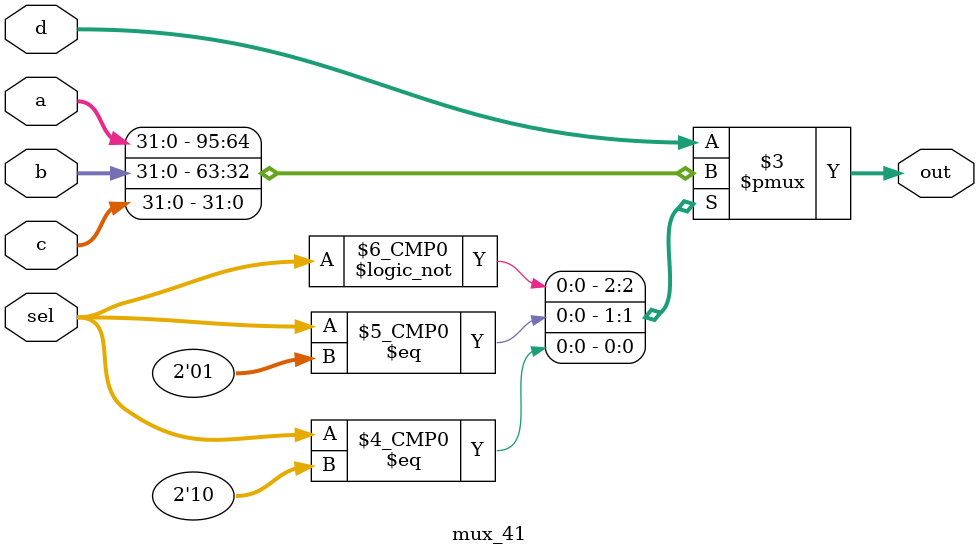
<source format=v>
`timescale 1ns / 1ps


module mux_41(a, b, c, d, sel, out);
    parameter DATA_WIDTH = 32;
    input [DATA_WIDTH-1:0] a, b, c, d;
    input [1:0] sel;
    output reg[DATA_WIDTH-1:0] out;
    
    always @(a, b, c, d, sel)
    begin
        case(sel)
            2'b00: out = a;
            2'b01: out = b;
            2'b10: out = c;
            default: out = d;
        endcase
    end
endmodule


</source>
